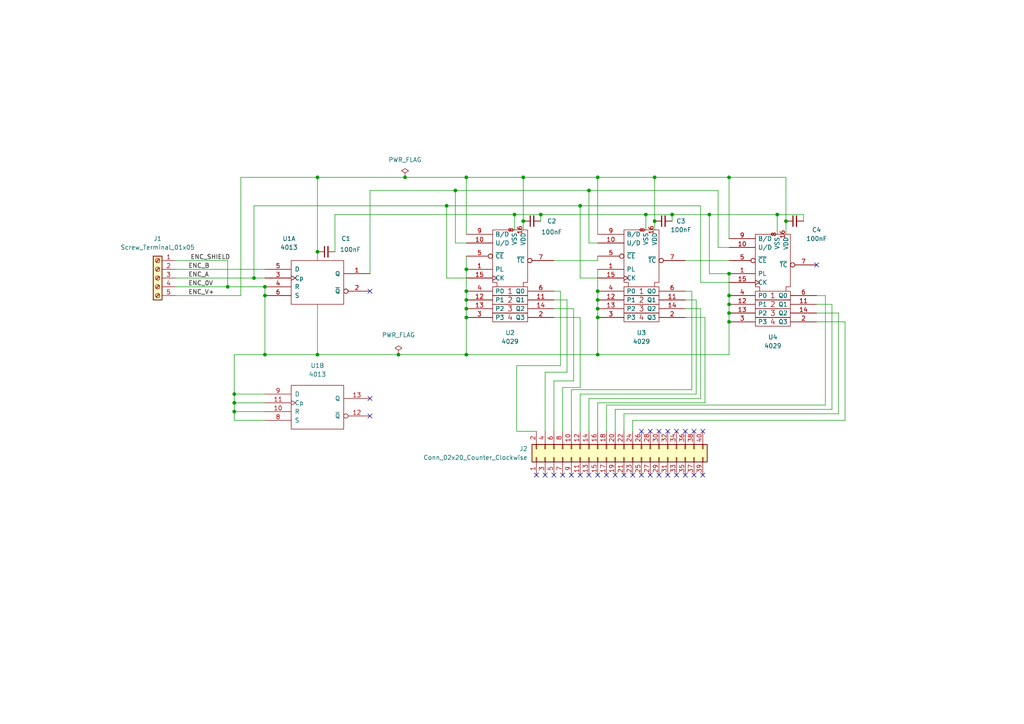
<source format=kicad_sch>
(kicad_sch (version 20211123) (generator eeschema)
  (paper "A4")
  (lib_symbols
    (symbol "4xxx_IEEE:4013" (pin_names (offset 1.016))
      (property "Reference" "U" (at 7.62 8.89 0))
      (property "Value" "4013" (at 7.62 -7.62 0))
      (symbol "4013_0_0"
        (pin power_in line (at 0 6.35 270) (length 0) hide (name "Vdd") (number "14"))
        (pin power_in line (at 0 -6.35 90) (length 0) hide (name "Vss") (number "7"))
      )
      (symbol "4013_0_1"
        (rectangle (start -7.62 6.35) (end 7.62 -6.35))
      )
      (symbol "4013_1_1"
        (pin output line (at 15.24 2.54 180) (length 7.62) (name "Q") (number "1"))
        (pin output inverted (at 15.24 -2.54 180) (length 7.62) (name "~{Q}") (number "2"))
        (pin input clock (at -15.24 1.27 0) (length 7.62) (name "Cp") (number "3"))
        (pin input line (at -15.24 -1.27 0) (length 7.62) (name "R") (number "4"))
        (pin input line (at -15.24 3.81 0) (length 7.62) (name "D") (number "5"))
        (pin input line (at -15.24 -3.81 0) (length 7.62) (name "S") (number "6"))
      )
      (symbol "4013_2_1"
        (pin input line (at -15.24 -1.27 0) (length 7.62) (name "R") (number "10"))
        (pin input clock (at -15.24 1.27 0) (length 7.62) (name "Cp") (number "11"))
        (pin input inverted (at 15.24 -2.54 180) (length 7.62) (name "~{Q}") (number "12"))
        (pin input line (at 15.24 2.54 180) (length 7.62) (name "Q") (number "13"))
        (pin input line (at -15.24 -3.81 0) (length 7.62) (name "S") (number "8"))
        (pin input line (at -15.24 3.81 0) (length 7.62) (name "D") (number "9"))
      )
    )
    (symbol "4xxx_IEEE:4029" (pin_names (offset 0.762))
      (property "Reference" "U" (at 8.89 8.89 0))
      (property "Value" "4029" (at 8.89 -19.05 0))
      (symbol "4029_0_0"
        (rectangle (start -5.08 -13.97) (end 5.08 -16.51))
        (rectangle (start -5.08 -11.43) (end 5.08 -13.97))
        (rectangle (start -5.08 -8.89) (end 5.08 -11.43))
        (rectangle (start -5.08 -6.35) (end 5.08 -8.89))
        (polyline (pts (xy -3.81 -6.35) (xy -3.81 -5.08) (xy -5.08 -5.08) (xy -5.08 10.16) (xy 5.08 10.16) (xy 5.08 -5.08) (xy 3.81 -5.08) (xy 3.81 -6.35) (xy 3.81 -6.35)))
        (text "1" (at 0 -7.62 0) (effects (font (size 1.524 1.524))))
        (text "2" (at 0 -10.16 0) (effects (font (size 1.524 1.524))))
        (text "3" (at 0 -12.7 0) (effects (font (size 1.524 1.524))))
        (text "4" (at 0 -15.24 0) (effects (font (size 1.524 1.524))))
      )
      (symbol "4029_1_1"
        (pin input line (at -12.7 -1.27 0) (length 7.62) (name "PL") (number "1"))
        (pin input line (at -12.7 6.35 0) (length 7.62) (name "U/D") (number "10"))
        (pin output line (at 12.7 -10.16 180) (length 7.62) (name "Q1") (number "11"))
        (pin input line (at -12.7 -10.16 0) (length 7.62) (name "P1") (number "12"))
        (pin input line (at -12.7 -12.7 0) (length 7.62) (name "P2") (number "13"))
        (pin output line (at 12.7 -12.7 180) (length 7.62) (name "Q2") (number "14"))
        (pin input clock (at -12.7 -3.81 0) (length 7.62) (name "CK") (number "15"))
        (pin power_in line (at 3.81 10.16 270) (length 0) (name "VDD") (number "16"))
        (pin output line (at 12.7 -15.24 180) (length 7.62) (name "Q3") (number "2"))
        (pin input line (at -12.7 -15.24 0) (length 7.62) (name "P3") (number "3"))
        (pin input line (at -12.7 -7.62 0) (length 7.62) (name "P0") (number "4"))
        (pin input inverted (at -12.7 2.54 0) (length 7.62) (name "~{CE}") (number "5"))
        (pin output line (at 12.7 -7.62 180) (length 7.62) (name "Q0") (number "6"))
        (pin output inverted (at 12.7 1.27 180) (length 7.62) (name "~{TC}") (number "7"))
        (pin power_in line (at 1.27 10.16 270) (length 0) (name "VSS") (number "8"))
        (pin input line (at -12.7 8.89 0) (length 7.62) (name "B/D") (number "9"))
      )
    )
    (symbol "Connector:Screw_Terminal_01x05" (pin_names (offset 1.016) hide)
      (property "Reference" "J" (at 0 7.62 0))
      (property "Value" "Screw_Terminal_01x05" (at 0 -7.62 0))
      (symbol "Screw_Terminal_01x05_1_1"
        (rectangle (start -1.27 6.35) (end 1.27 -6.35) (stroke (width 0.254)) (fill (type background)))
        (circle (center 0 -5.08) (radius 0.635) (stroke (width 0.1524)))
        (circle (center 0 -2.54) (radius 0.635) (stroke (width 0.1524)))
        (polyline (pts (xy -0.5334 -4.7498) (xy 0.3302 -5.588)) (stroke (width 0.1524)))
        (polyline (pts (xy -0.5334 -2.2098) (xy 0.3302 -3.048)) (stroke (width 0.1524)))
        (polyline (pts (xy -0.5334 0.3302) (xy 0.3302 -0.508)) (stroke (width 0.1524)))
        (polyline (pts (xy -0.5334 2.8702) (xy 0.3302 2.032)) (stroke (width 0.1524)))
        (polyline (pts (xy -0.5334 5.4102) (xy 0.3302 4.572)) (stroke (width 0.1524)))
        (polyline (pts (xy -0.3556 -4.572) (xy 0.508 -5.4102)) (stroke (width 0.1524)))
        (polyline (pts (xy -0.3556 -2.032) (xy 0.508 -2.8702)) (stroke (width 0.1524)))
        (polyline (pts (xy -0.3556 0.508) (xy 0.508 -0.3302)) (stroke (width 0.1524)))
        (polyline (pts (xy -0.3556 3.048) (xy 0.508 2.2098)) (stroke (width 0.1524)))
        (polyline (pts (xy -0.3556 5.588) (xy 0.508 4.7498)) (stroke (width 0.1524)))
        (circle (center 0 0) (radius 0.635) (stroke (width 0.1524)))
        (circle (center 0 2.54) (radius 0.635) (stroke (width 0.1524)))
        (circle (center 0 5.08) (radius 0.635) (stroke (width 0.1524)))
        (pin passive line (at -5.08 5.08 0) (length 3.81) (name "Pin_1") (number "1"))
        (pin passive line (at -5.08 2.54 0) (length 3.81) (name "Pin_2") (number "2"))
        (pin passive line (at -5.08 0 0) (length 3.81) (name "Pin_3") (number "3"))
        (pin passive line (at -5.08 -2.54 0) (length 3.81) (name "Pin_4") (number "4"))
        (pin passive line (at -5.08 -5.08 0) (length 3.81) (name "Pin_5") (number "5"))
      )
    )
    (symbol "Connector_Generic:Conn_02x20_Odd_Even" (pin_names (offset 1.016) hide)
      (property "Reference" "J" (at 1.27 25.4 0))
      (property "Value" "Conn_02x20_Odd_Even" (at 1.27 -27.94 0))
      (symbol "Conn_02x20_Odd_Even_1_1"
        (rectangle (start -1.27 -25.273) (end 0 -25.527) (stroke (width 0.1524)))
        (rectangle (start -1.27 -22.733) (end 0 -22.987) (stroke (width 0.1524)))
        (rectangle (start -1.27 -20.193) (end 0 -20.447) (stroke (width 0.1524)))
        (rectangle (start -1.27 -17.653) (end 0 -17.907) (stroke (width 0.1524)))
        (rectangle (start -1.27 -15.113) (end 0 -15.367) (stroke (width 0.1524)))
        (rectangle (start -1.27 -12.573) (end 0 -12.827) (stroke (width 0.1524)))
        (rectangle (start -1.27 -10.033) (end 0 -10.287) (stroke (width 0.1524)))
        (rectangle (start -1.27 -7.493) (end 0 -7.747) (stroke (width 0.1524)))
        (rectangle (start -1.27 -4.953) (end 0 -5.207) (stroke (width 0.1524)))
        (rectangle (start -1.27 -2.413) (end 0 -2.667) (stroke (width 0.1524)))
        (rectangle (start -1.27 0.127) (end 0 -0.127) (stroke (width 0.1524)))
        (rectangle (start -1.27 2.667) (end 0 2.413) (stroke (width 0.1524)))
        (rectangle (start -1.27 5.207) (end 0 4.953) (stroke (width 0.1524)))
        (rectangle (start -1.27 7.747) (end 0 7.493) (stroke (width 0.1524)))
        (rectangle (start -1.27 10.287) (end 0 10.033) (stroke (width 0.1524)))
        (rectangle (start -1.27 12.827) (end 0 12.573) (stroke (width 0.1524)))
        (rectangle (start -1.27 15.367) (end 0 15.113) (stroke (width 0.1524)))
        (rectangle (start -1.27 17.907) (end 0 17.653) (stroke (width 0.1524)))
        (rectangle (start -1.27 20.447) (end 0 20.193) (stroke (width 0.1524)))
        (rectangle (start -1.27 22.987) (end 0 22.733) (stroke (width 0.1524)))
        (rectangle (start -1.27 24.13) (end 3.81 -26.67) (stroke (width 0.254)) (fill (type background)))
        (rectangle (start 3.81 -25.273) (end 2.54 -25.527) (stroke (width 0.1524)))
        (rectangle (start 3.81 -22.733) (end 2.54 -22.987) (stroke (width 0.1524)))
        (rectangle (start 3.81 -20.193) (end 2.54 -20.447) (stroke (width 0.1524)))
        (rectangle (start 3.81 -17.653) (end 2.54 -17.907) (stroke (width 0.1524)))
        (rectangle (start 3.81 -15.113) (end 2.54 -15.367) (stroke (width 0.1524)))
        (rectangle (start 3.81 -12.573) (end 2.54 -12.827) (stroke (width 0.1524)))
        (rectangle (start 3.81 -10.033) (end 2.54 -10.287) (stroke (width 0.1524)))
        (rectangle (start 3.81 -7.493) (end 2.54 -7.747) (stroke (width 0.1524)))
        (rectangle (start 3.81 -4.953) (end 2.54 -5.207) (stroke (width 0.1524)))
        (rectangle (start 3.81 -2.413) (end 2.54 -2.667) (stroke (width 0.1524)))
        (rectangle (start 3.81 0.127) (end 2.54 -0.127) (stroke (width 0.1524)))
        (rectangle (start 3.81 2.667) (end 2.54 2.413) (stroke (width 0.1524)))
        (rectangle (start 3.81 5.207) (end 2.54 4.953) (stroke (width 0.1524)))
        (rectangle (start 3.81 7.747) (end 2.54 7.493) (stroke (width 0.1524)))
        (rectangle (start 3.81 10.287) (end 2.54 10.033) (stroke (width 0.1524)))
        (rectangle (start 3.81 12.827) (end 2.54 12.573) (stroke (width 0.1524)))
        (rectangle (start 3.81 15.367) (end 2.54 15.113) (stroke (width 0.1524)))
        (rectangle (start 3.81 17.907) (end 2.54 17.653) (stroke (width 0.1524)))
        (rectangle (start 3.81 20.447) (end 2.54 20.193) (stroke (width 0.1524)))
        (rectangle (start 3.81 22.987) (end 2.54 22.733) (stroke (width 0.1524)))
        (pin passive line (at -5.08 22.86 0) (length 3.81) (name "Pin_1") (number "1"))
        (pin passive line (at 7.62 12.7 180) (length 3.81) (name "Pin_10") (number "10"))
        (pin passive line (at -5.08 10.16 0) (length 3.81) (name "Pin_11") (number "11"))
        (pin passive line (at 7.62 10.16 180) (length 3.81) (name "Pin_12") (number "12"))
        (pin passive line (at -5.08 7.62 0) (length 3.81) (name "Pin_13") (number "13"))
        (pin passive line (at 7.62 7.62 180) (length 3.81) (name "Pin_14") (number "14"))
        (pin passive line (at -5.08 5.08 0) (length 3.81) (name "Pin_15") (number "15"))
        (pin passive line (at 7.62 5.08 180) (length 3.81) (name "Pin_16") (number "16"))
        (pin passive line (at -5.08 2.54 0) (length 3.81) (name "Pin_17") (number "17"))
        (pin passive line (at 7.62 2.54 180) (length 3.81) (name "Pin_18") (number "18"))
        (pin passive line (at -5.08 0 0) (length 3.81) (name "Pin_19") (number "19"))
        (pin passive line (at 7.62 22.86 180) (length 3.81) (name "Pin_2") (number "2"))
        (pin passive line (at 7.62 0 180) (length 3.81) (name "Pin_20") (number "20"))
        (pin passive line (at -5.08 -2.54 0) (length 3.81) (name "Pin_21") (number "21"))
        (pin passive line (at 7.62 -2.54 180) (length 3.81) (name "Pin_22") (number "22"))
        (pin passive line (at -5.08 -5.08 0) (length 3.81) (name "Pin_23") (number "23"))
        (pin passive line (at 7.62 -5.08 180) (length 3.81) (name "Pin_24") (number "24"))
        (pin passive line (at -5.08 -7.62 0) (length 3.81) (name "Pin_25") (number "25"))
        (pin passive line (at 7.62 -7.62 180) (length 3.81) (name "Pin_26") (number "26"))
        (pin passive line (at -5.08 -10.16 0) (length 3.81) (name "Pin_27") (number "27"))
        (pin passive line (at 7.62 -10.16 180) (length 3.81) (name "Pin_28") (number "28"))
        (pin passive line (at -5.08 -12.7 0) (length 3.81) (name "Pin_29") (number "29"))
        (pin passive line (at -5.08 20.32 0) (length 3.81) (name "Pin_3") (number "3"))
        (pin passive line (at 7.62 -12.7 180) (length 3.81) (name "Pin_30") (number "30"))
        (pin passive line (at -5.08 -15.24 0) (length 3.81) (name "Pin_31") (number "31"))
        (pin passive line (at 7.62 -15.24 180) (length 3.81) (name "Pin_32") (number "32"))
        (pin passive line (at -5.08 -17.78 0) (length 3.81) (name "Pin_33") (number "33"))
        (pin passive line (at 7.62 -17.78 180) (length 3.81) (name "Pin_34") (number "34"))
        (pin passive line (at -5.08 -20.32 0) (length 3.81) (name "Pin_35") (number "35"))
        (pin passive line (at 7.62 -20.32 180) (length 3.81) (name "Pin_36") (number "36"))
        (pin passive line (at -5.08 -22.86 0) (length 3.81) (name "Pin_37") (number "37"))
        (pin passive line (at 7.62 -22.86 180) (length 3.81) (name "Pin_38") (number "38"))
        (pin passive line (at -5.08 -25.4 0) (length 3.81) (name "Pin_39") (number "39"))
        (pin passive line (at 7.62 20.32 180) (length 3.81) (name "Pin_4") (number "4"))
        (pin passive line (at 7.62 -25.4 180) (length 3.81) (name "Pin_40") (number "40"))
        (pin passive line (at -5.08 17.78 0) (length 3.81) (name "Pin_5") (number "5"))
        (pin passive line (at 7.62 17.78 180) (length 3.81) (name "Pin_6") (number "6"))
        (pin passive line (at -5.08 15.24 0) (length 3.81) (name "Pin_7") (number "7"))
        (pin passive line (at 7.62 15.24 180) (length 3.81) (name "Pin_8") (number "8"))
        (pin passive line (at -5.08 12.7 0) (length 3.81) (name "Pin_9") (number "9"))
      )
    )
    (symbol "Device:C_Small" (pin_numbers hide) (pin_names (offset 0.254) hide)
      (property "Reference" "C" (at 0.254 1.778 0))
      (property "Value" "C_Small" (at 0.254 -2.032 0))
      (symbol "C_Small_0_1"
        (polyline (pts (xy -1.524 -0.508) (xy 1.524 -0.508)) (stroke (width 0.3302)))
        (polyline (pts (xy -1.524 0.508) (xy 1.524 0.508)) (stroke (width 0.3048)))
      )
      (symbol "C_Small_1_1"
        (pin passive line (at 0 2.54 270) (length 2.032) (name "~") (number "1"))
        (pin passive line (at 0 -2.54 90) (length 2.032) (name "~") (number "2"))
      )
    )
    (symbol "power:PWR_FLAG" (power) (pin_numbers hide) (pin_names (offset 0) hide)
      (property "Value" "PWR_FLAG" (at 0 3.81 0))
      (symbol "PWR_FLAG_0_0"
        (pin power_out line (at 0 0 90) (length 0) (name "pwr") (number "1"))
      )
      (symbol "PWR_FLAG_0_1"
        (polyline (pts (xy 0 0) (xy 0 1.27) (xy -1.016 1.905) (xy 0 2.54) (xy 1.016 1.905) (xy 0 1.27)))
      )
    )
  )
  (junction (at 211.455 93.345))
  (junction (at 76.835 102.87))
  (junction (at 67.945 114.3))
  (junction (at 211.455 79.375))
  (junction (at 135.255 78.105))
  (junction (at 225.425 62.23))
  (junction (at 66.04 83.185))
  (junction (at 211.455 90.805))
  (junction (at 194.945 62.23))
  (junction (at 135.255 51.435))
  (junction (at 211.455 88.265))
  (junction (at 76.835 83.185))
  (junction (at 151.765 64.135))
  (junction (at 135.255 84.455))
  (junction (at 173.355 89.535))
  (junction (at 170.815 55.245))
  (junction (at 173.355 92.075))
  (junction (at 92.075 102.87))
  (junction (at 73.66 80.645))
  (junction (at 115.57 102.87))
  (junction (at 151.765 51.435))
  (junction (at 135.255 102.87))
  (junction (at 205.74 62.23))
  (junction (at 173.355 84.455))
  (junction (at 173.355 102.87))
  (junction (at 67.945 119.38))
  (junction (at 135.255 92.075))
  (junction (at 227.965 64.135))
  (junction (at 173.355 86.995))
  (junction (at 168.275 59.69))
  (junction (at 92.075 73.025))
  (junction (at 135.255 86.995))
  (junction (at 67.945 116.84))
  (junction (at 92.075 51.435))
  (junction (at 189.865 51.435))
  (junction (at 135.255 89.535))
  (junction (at 129.54 59.69))
  (junction (at 149.225 62.23))
  (junction (at 156.845 62.23))
  (junction (at 76.835 85.725))
  (junction (at 189.865 64.135))
  (junction (at 117.475 51.435))
  (junction (at 132.08 55.245))
  (junction (at 187.325 62.23))
  (junction (at 173.355 51.435))
  (junction (at 211.455 85.725))
  (junction (at 211.455 51.435))
  (no_connect (at 170.815 137.795))
  (no_connect (at 107.315 120.65))
  (no_connect (at 193.675 137.795))
  (no_connect (at 183.515 137.795))
  (no_connect (at 178.435 137.795))
  (no_connect (at 188.595 137.795))
  (no_connect (at 107.315 115.57))
  (no_connect (at 188.595 125.095))
  (no_connect (at 198.755 137.795))
  (no_connect (at 201.295 137.795))
  (no_connect (at 198.755 125.095))
  (no_connect (at 201.295 125.095))
  (no_connect (at 203.835 125.095))
  (no_connect (at 193.675 125.095))
  (no_connect (at 196.215 125.095))
  (no_connect (at 160.655 137.795))
  (no_connect (at 175.895 137.795))
  (no_connect (at 236.855 76.835))
  (no_connect (at 107.315 84.455))
  (no_connect (at 168.275 137.795))
  (no_connect (at 203.835 137.795))
  (no_connect (at 173.355 137.795))
  (no_connect (at 191.135 125.095))
  (no_connect (at 180.975 137.795))
  (no_connect (at 165.735 137.795))
  (no_connect (at 186.055 137.795))
  (no_connect (at 191.135 137.795))
  (no_connect (at 186.055 125.095))
  (no_connect (at 163.195 137.795))
  (no_connect (at 155.575 137.795))
  (no_connect (at 196.215 137.795))
  (no_connect (at 158.115 137.795))
  (wire (pts (xy 149.86 125.095) (xy 155.575 125.095)))
  (wire (pts (xy 165.735 125.095) (xy 165.735 113.03)))
  (wire (pts (xy 194.945 62.23) (xy 205.74 62.23)))
  (wire (pts (xy 203.2 89.535) (xy 198.755 89.535)))
  (wire (pts (xy 50.8 78.105) (xy 76.835 78.105)))
  (wire (pts (xy 205.74 62.23) (xy 225.425 62.23)))
  (wire (pts (xy 149.225 62.23) (xy 149.225 66.675)))
  (wire (pts (xy 168.275 59.69) (xy 129.54 59.69)))
  (wire (pts (xy 132.08 55.245) (xy 170.815 55.245)))
  (wire (pts (xy 66.04 75.565) (xy 66.04 83.185)))
  (wire (pts (xy 173.355 78.105) (xy 173.355 84.455)))
  (wire (pts (xy 149.86 106.045) (xy 162.56 106.045)))
  (wire (pts (xy 115.57 102.87) (xy 135.255 102.87)))
  (wire (pts (xy 211.455 90.805) (xy 211.455 88.265)))
  (wire (pts (xy 170.815 125.095) (xy 170.815 115.57)))
  (wire (pts (xy 163.195 112.395) (xy 168.275 112.395)))
  (wire (pts (xy 173.355 116.84) (xy 204.47 116.84)))
  (wire (pts (xy 67.945 116.84) (xy 67.945 119.38)))
  (wire (pts (xy 187.325 66.675) (xy 187.325 62.23)))
  (wire (pts (xy 151.765 64.135) (xy 151.765 51.435)))
  (wire (pts (xy 151.765 51.435) (xy 173.355 51.435)))
  (wire (pts (xy 92.075 73.025) (xy 92.075 75.565)))
  (wire (pts (xy 175.895 125.095) (xy 175.895 117.475)))
  (wire (pts (xy 132.08 70.485) (xy 132.08 55.245)))
  (wire (pts (xy 189.865 51.435) (xy 189.865 64.135)))
  (wire (pts (xy 211.455 69.215) (xy 211.455 51.435)))
  (wire (pts (xy 168.275 80.645) (xy 173.355 80.645)))
  (wire (pts (xy 92.075 51.435) (xy 92.075 73.025)))
  (wire (pts (xy 241.3 88.265) (xy 241.3 118.745)))
  (wire (pts (xy 67.945 102.87) (xy 76.835 102.87)))
  (wire (pts (xy 200.66 84.455) (xy 198.755 84.455)))
  (wire (pts (xy 67.945 116.84) (xy 76.835 116.84)))
  (wire (pts (xy 165.735 113.03) (xy 200.66 113.03)))
  (wire (pts (xy 198.755 75.565) (xy 211.455 75.565)))
  (wire (pts (xy 208.28 71.755) (xy 211.455 71.755)))
  (wire (pts (xy 50.8 85.725) (xy 69.85 85.725)))
  (wire (pts (xy 160.655 75.565) (xy 173.355 75.565)))
  (wire (pts (xy 204.47 92.075) (xy 198.755 92.075)))
  (wire (pts (xy 225.425 62.23) (xy 233.045 62.23)))
  (wire (pts (xy 92.075 88.265) (xy 92.075 102.87)))
  (wire (pts (xy 92.075 102.87) (xy 115.57 102.87)))
  (wire (pts (xy 239.395 85.725) (xy 236.855 85.725)))
  (wire (pts (xy 160.655 110.49) (xy 160.655 125.095)))
  (wire (pts (xy 175.895 117.475) (xy 239.395 117.475)))
  (wire (pts (xy 166.37 110.49) (xy 160.655 110.49)))
  (wire (pts (xy 243.205 120.015) (xy 243.205 90.805)))
  (wire (pts (xy 50.8 75.565) (xy 66.04 75.565)))
  (wire (pts (xy 173.355 89.535) (xy 173.355 92.075)))
  (wire (pts (xy 173.355 125.095) (xy 173.355 116.84)))
  (wire (pts (xy 67.945 114.3) (xy 76.835 114.3)))
  (wire (pts (xy 204.47 116.84) (xy 204.47 92.075)))
  (wire (pts (xy 135.255 102.87) (xy 173.355 102.87)))
  (wire (pts (xy 168.275 114.3) (xy 168.275 125.095)))
  (wire (pts (xy 227.965 64.135) (xy 227.965 51.435)))
  (wire (pts (xy 135.255 86.995) (xy 135.255 89.535)))
  (wire (pts (xy 211.455 88.265) (xy 211.455 85.725)))
  (wire (pts (xy 69.85 51.435) (xy 69.85 85.725)))
  (wire (pts (xy 203.2 59.69) (xy 168.275 59.69)))
  (wire (pts (xy 117.475 51.435) (xy 135.255 51.435)))
  (wire (pts (xy 233.045 64.135) (xy 233.045 62.23)))
  (wire (pts (xy 243.205 90.805) (xy 236.855 90.805)))
  (wire (pts (xy 241.3 118.745) (xy 178.435 118.745)))
  (wire (pts (xy 211.455 51.435) (xy 189.865 51.435)))
  (wire (pts (xy 211.455 79.375) (xy 211.455 85.725)))
  (wire (pts (xy 227.965 67.945) (xy 227.965 64.135)))
  (wire (pts (xy 156.845 62.23) (xy 156.845 64.135)))
  (wire (pts (xy 135.255 78.105) (xy 135.255 84.455)))
  (wire (pts (xy 170.815 115.57) (xy 203.2 115.57)))
  (wire (pts (xy 173.355 51.435) (xy 189.865 51.435)))
  (wire (pts (xy 135.255 84.455) (xy 135.255 86.995)))
  (wire (pts (xy 170.815 55.245) (xy 170.815 70.485)))
  (wire (pts (xy 76.835 83.185) (xy 76.835 85.725)))
  (wire (pts (xy 160.655 89.535) (xy 166.37 89.535)))
  (wire (pts (xy 76.835 102.87) (xy 92.075 102.87)))
  (wire (pts (xy 168.275 92.075) (xy 160.655 92.075)))
  (wire (pts (xy 178.435 118.745) (xy 178.435 125.095)))
  (wire (pts (xy 211.455 93.345) (xy 211.455 90.805)))
  (wire (pts (xy 173.355 67.945) (xy 173.355 51.435)))
  (wire (pts (xy 173.355 102.87) (xy 173.355 92.075)))
  (wire (pts (xy 149.225 62.23) (xy 97.155 62.23)))
  (wire (pts (xy 97.155 62.23) (xy 97.155 73.025)))
  (wire (pts (xy 203.2 115.57) (xy 203.2 89.535)))
  (wire (pts (xy 187.325 62.23) (xy 156.845 62.23)))
  (wire (pts (xy 203.2 81.915) (xy 203.2 59.69)))
  (wire (pts (xy 151.765 66.675) (xy 151.765 64.135)))
  (wire (pts (xy 135.255 89.535) (xy 135.255 92.075)))
  (wire (pts (xy 66.04 83.185) (xy 76.835 83.185)))
  (wire (pts (xy 50.8 83.185) (xy 66.04 83.185)))
  (wire (pts (xy 168.275 112.395) (xy 168.275 92.075)))
  (wire (pts (xy 239.395 117.475) (xy 239.395 85.725)))
  (wire (pts (xy 211.455 102.87) (xy 211.455 93.345)))
  (wire (pts (xy 135.255 67.945) (xy 135.255 51.435)))
  (wire (pts (xy 76.835 85.725) (xy 76.835 102.87)))
  (wire (pts (xy 227.965 51.435) (xy 211.455 51.435)))
  (wire (pts (xy 201.93 114.3) (xy 168.275 114.3)))
  (wire (pts (xy 164.465 107.95) (xy 164.465 86.995)))
  (wire (pts (xy 67.945 102.87) (xy 67.945 114.3)))
  (wire (pts (xy 67.945 119.38) (xy 67.945 121.92)))
  (wire (pts (xy 236.855 93.345) (xy 245.11 93.345)))
  (wire (pts (xy 168.275 59.69) (xy 168.275 80.645)))
  (wire (pts (xy 67.945 121.92) (xy 76.835 121.92)))
  (wire (pts (xy 135.255 70.485) (xy 132.08 70.485)))
  (wire (pts (xy 129.54 59.69) (xy 129.54 80.645)))
  (wire (pts (xy 173.355 102.87) (xy 211.455 102.87)))
  (wire (pts (xy 162.56 84.455) (xy 162.56 106.045)))
  (wire (pts (xy 170.815 55.245) (xy 208.28 55.245)))
  (wire (pts (xy 158.115 107.95) (xy 164.465 107.95)))
  (wire (pts (xy 189.865 64.135) (xy 189.865 66.675)))
  (wire (pts (xy 92.075 51.435) (xy 117.475 51.435)))
  (wire (pts (xy 156.845 62.23) (xy 149.225 62.23)))
  (wire (pts (xy 163.195 125.095) (xy 163.195 112.395)))
  (wire (pts (xy 158.115 125.095) (xy 158.115 107.95)))
  (wire (pts (xy 245.11 121.92) (xy 183.515 121.92)))
  (wire (pts (xy 173.355 84.455) (xy 173.355 86.995)))
  (wire (pts (xy 187.325 62.23) (xy 194.945 62.23)))
  (wire (pts (xy 211.455 79.375) (xy 205.74 79.375)))
  (wire (pts (xy 135.255 74.295) (xy 135.255 78.105)))
  (wire (pts (xy 198.755 86.995) (xy 201.93 86.995)))
  (wire (pts (xy 67.945 119.38) (xy 76.835 119.38)))
  (wire (pts (xy 73.66 59.69) (xy 73.66 80.645)))
  (wire (pts (xy 166.37 89.535) (xy 166.37 110.49)))
  (wire (pts (xy 170.815 70.485) (xy 173.355 70.485)))
  (wire (pts (xy 107.315 55.245) (xy 132.08 55.245)))
  (wire (pts (xy 160.655 84.455) (xy 162.56 84.455)))
  (wire (pts (xy 180.975 120.015) (xy 243.205 120.015)))
  (wire (pts (xy 200.66 113.03) (xy 200.66 84.455)))
  (wire (pts (xy 73.66 80.645) (xy 76.835 80.645)))
  (wire (pts (xy 173.355 75.565) (xy 173.355 74.295)))
  (wire (pts (xy 149.86 106.045) (xy 149.86 125.095)))
  (wire (pts (xy 107.315 79.375) (xy 107.315 55.245)))
  (wire (pts (xy 69.85 51.435) (xy 92.075 51.435)))
  (wire (pts (xy 50.8 80.645) (xy 73.66 80.645)))
  (wire (pts (xy 245.11 93.345) (xy 245.11 121.92)))
  (wire (pts (xy 164.465 86.995) (xy 160.655 86.995)))
  (wire (pts (xy 129.54 80.645) (xy 135.255 80.645)))
  (wire (pts (xy 183.515 121.92) (xy 183.515 125.095)))
  (wire (pts (xy 135.255 92.075) (xy 135.255 102.87)))
  (wire (pts (xy 180.975 125.095) (xy 180.975 120.015)))
  (wire (pts (xy 135.255 51.435) (xy 151.765 51.435)))
  (wire (pts (xy 173.355 86.995) (xy 173.355 89.535)))
  (wire (pts (xy 225.425 62.23) (xy 225.425 67.945)))
  (wire (pts (xy 211.455 81.915) (xy 203.2 81.915)))
  (wire (pts (xy 205.74 79.375) (xy 205.74 62.23)))
  (wire (pts (xy 201.93 86.995) (xy 201.93 114.3)))
  (wire (pts (xy 208.28 55.245) (xy 208.28 71.755)))
  (wire (pts (xy 194.945 62.23) (xy 194.945 64.135)))
  (wire (pts (xy 67.945 114.3) (xy 67.945 116.84)))
  (wire (pts (xy 236.855 88.265) (xy 241.3 88.265)))
  (wire (pts (xy 73.66 59.69) (xy 129.54 59.69)))
  (label "ENC_A" (at 54.61 80.645 0))
  (label "ENC_0V" (at 54.61 83.185 0))
  (label "ENC_V+" (at 54.61 85.725 0))
  (label "ENC_B" (at 54.61 78.105 0))
  (label "ENC_SHIELD" (at 55.245 75.565 0))
  (symbol (lib_id "Device:C_Small") (at 192.405 64.135 90) (unit 1)
    (property "Reference" "C3" (at 197.485 64.135 90))
    (property "Value" "100nF" (at 197.485 66.675 90))
    (property "Footprint" "Capacitor_THT:C_Axial_L3.8mm_D2.6mm_P7.50mm_Horizontal" (effects hide))
  )
  (symbol (lib_id "Connector:Screw_Terminal_01x05") (at 45.72 80.645 0) (mirror y) (unit 1)
    (property "Reference" "J1" (at 45.72 69.215 0))
    (property "Value" "Screw_Terminal_01x05" (at 45.72 71.755 0))
    (property "Footprint" "TerminalBlock:TerminalBlock_bornier-5_P5.08mm" (effects hide))
  )
  (symbol (lib_id "power:PWR_FLAG") (at 117.475 51.435 0) (unit 1)
    (property "Reference" "#FLG02" (effects hide))
    (property "Value" "PWR_FLAG" (at 117.475 46.355 0))
  )
  (symbol (lib_id "Connector_Generic:Conn_02x20_Odd_Even") (at 178.435 132.715 90) (unit 1)
    (property "Reference" "J2" (at 153.035 130.1749 90) (effects (justify left)))
    (property "Value" "Conn_02x20_Counter_Clockwise" (at 153.035 132.7149 90) (effects (justify left)))
    (property "Footprint" "Connector_IDC:IDC-Header_2x20_P2.54mm_Vertical" (effects hide))
  )
  (symbol (lib_id "Device:C_Small") (at 154.305 64.135 90) (unit 1)
    (property "Reference" "C2" (at 160.02 64.135 90))
    (property "Value" "100nF" (at 160.02 67.31 90))
    (property "Footprint" "Capacitor_THT:C_Axial_L3.8mm_D2.6mm_P7.50mm_Horizontal" (effects hide))
  )
  (symbol (lib_id "Device:C_Small") (at 230.505 64.135 90) (unit 1)
    (property "Reference" "C4" (at 236.855 66.675 90))
    (property "Value" "100nF" (at 236.855 69.215 90))
    (property "Footprint" "Capacitor_THT:C_Axial_L3.8mm_D2.6mm_P7.50mm_Horizontal" (effects hide))
  )
  (symbol (lib_id "Device:C_Small") (at 94.615 73.025 90) (unit 1)
    (property "Reference" "C1" (at 100.33 69.215 90))
    (property "Value" "100nF" (at 101.6 72.39 90))
    (property "Footprint" "Capacitor_THT:C_Axial_L3.8mm_D2.6mm_P7.50mm_Horizontal" (effects hide))
  )
  (symbol (lib_id "power:PWR_FLAG") (at 115.57 102.87 0) (unit 1)
    (property "Reference" "#FLG01" (effects hide))
    (property "Value" "PWR_FLAG" (at 115.57 97.155 0))
  )
  (symbol (lib_id "4xxx_IEEE:4013") (at 92.075 81.915 0) (unit 1)
    (property "Reference" "U1" (at 83.82 69.215 0))
    (property "Value" "4013" (at 83.82 71.755 0))
    (property "Footprint" "Package_DIP:DIP-14_W7.62mm_Socket_LongPads" (effects hide))
  )
  (symbol (lib_id "4xxx_IEEE:4029") (at 186.055 76.835 0) (unit 1)
    (property "Reference" "U3" (at 186.055 96.52 0))
    (property "Value" "4029" (at 186.055 99.06 0))
    (property "Footprint" "Package_DIP:DIP-16_W7.62mm_Socket_LongPads" (effects hide))
  )
  (symbol (lib_id "4xxx_IEEE:4029") (at 224.155 78.105 0) (unit 1)
    (property "Reference" "U4" (at 224.155 97.79 0))
    (property "Value" "4029" (at 224.155 100.33 0))
    (property "Footprint" "Package_DIP:DIP-16_W7.62mm_Socket_LongPads" (effects hide))
  )
  (symbol (lib_id "4xxx_IEEE:4013") (at 92.075 118.11 0) (unit 2)
    (property "Reference" "U1" (at 92.075 106.045 0))
    (property "Value" "4013" (at 92.075 108.585 0))
    (property "Footprint" "Package_DIP:DIP-14_W7.62mm_Socket_LongPads" (effects hide))
  )
  (symbol (lib_id "4xxx_IEEE:4029") (at 147.955 76.835 0) (unit 1)
    (property "Reference" "U2" (at 147.955 96.52 0))
    (property "Value" "4029" (at 147.955 99.06 0))
    (property "Footprint" "Package_DIP:DIP-16_W7.62mm_Socket_LongPads" (effects hide))
  )
)
</source>
